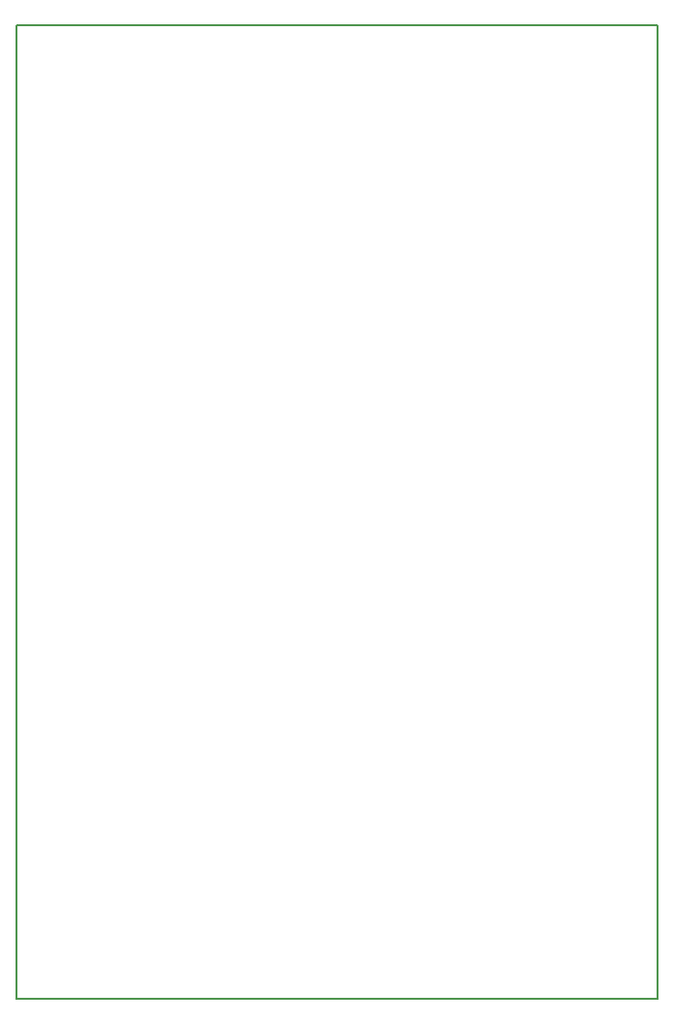
<source format=gbr>
G04 #@! TF.FileFunction,Profile,NP*
%FSLAX46Y46*%
G04 Gerber Fmt 4.6, Leading zero omitted, Abs format (unit mm)*
G04 Created by KiCad (PCBNEW 4.0.4-1.fc25-product) date Thu Feb 16 12:06:20 2017*
%MOMM*%
%LPD*%
G01*
G04 APERTURE LIST*
%ADD10C,0.100000*%
%ADD11C,0.150000*%
G04 APERTURE END LIST*
D10*
D11*
X90000000Y-117000000D02*
X34000000Y-117000000D01*
X90000000Y-32000000D02*
X90000000Y-117000000D01*
X34000000Y-32000000D02*
X90000000Y-32000000D01*
X34000000Y-117000000D02*
X34000000Y-32000000D01*
M02*

</source>
